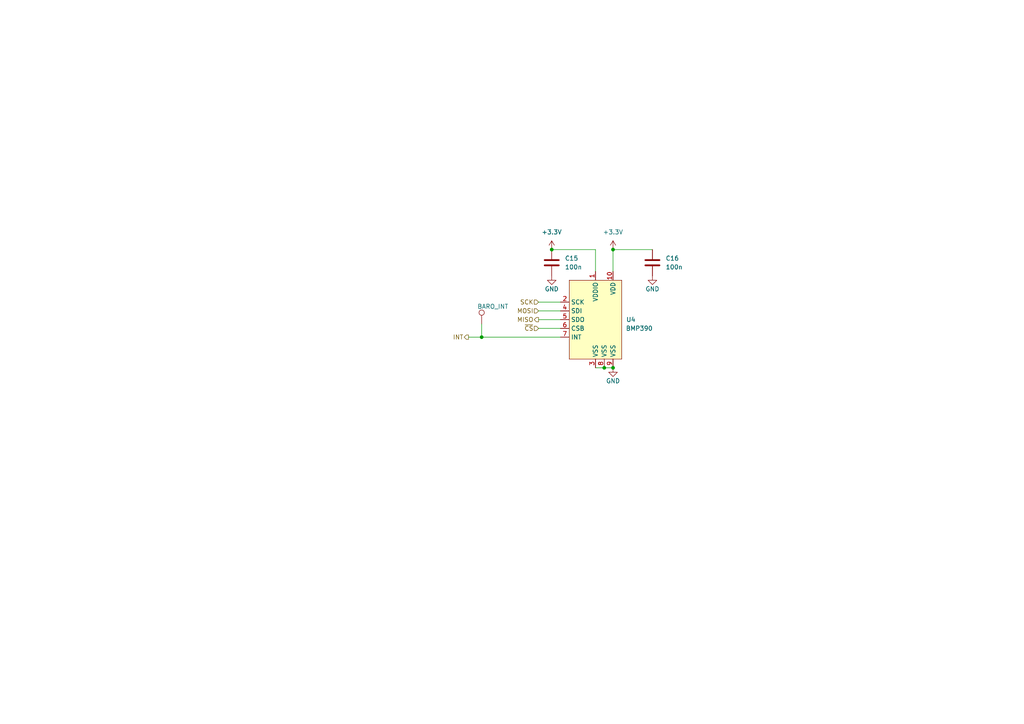
<source format=kicad_sch>
(kicad_sch (version 20230121) (generator eeschema)
  (paper "A4")
  (lib_symbols
    (symbol "Connector:TestPoint" (pin_numbers hide) (pin_names (offset 0.762) hide)
      (property "Reference" "TP" (at 0 6.858 0))
      (property "Value" "TestPoint" (at 0 5.08 0))
      (symbol "TestPoint_0_1"
        (circle (center 0 3.302) (radius 0.762))
      )
      (symbol "TestPoint_1_1"
        (pin passive line (at 0 0 90) (length 2.54) (name "1") (number "1"))
      )
    )
    (symbol "Device:C" (pin_numbers hide) (pin_names (offset 0.254))
      (property "Reference" "C" (at 0.635 2.54 0))
      (property "Value" "C" (at 0.635 -2.54 0))
      (symbol "C_0_1"
        (polyline (pts (xy -2.032 -0.762) (xy 2.032 -0.762)) (stroke (width 0.508)))
        (polyline (pts (xy -2.032 0.762) (xy 2.032 0.762)) (stroke (width 0.508)))
      )
      (symbol "C_1_1"
        (pin passive line (at 0 3.81 270) (length 2.794) (name "~") (number "1"))
        (pin passive line (at 0 -3.81 90) (length 2.794) (name "~") (number "2"))
      )
    )
    (symbol "Project:BMP390"
      (property "Reference" "U" (at 0 15.24 0))
      (symbol "BMP390_1_1"
        (rectangle (start -10.16 11.43) (end 5.08 -11.43) (fill (type background)))
        (pin power_in line (at -2.54 13.97 270) (length 2.54) (name "VDDIO") (number "1"))
        (pin power_in line (at 2.54 13.97 270) (length 2.54) (name "VDD") (number "10"))
        (pin input line (at -12.7 5.08 0) (length 2.54) (name "SCK") (number "2"))
        (pin power_in line (at -2.54 -13.97 90) (length 2.54) (name "VSS") (number "3"))
        (pin input line (at -12.7 2.54 0) (length 2.54) (name "SDI") (number "4"))
        (pin output line (at -12.7 0 0) (length 2.54) (name "SDO") (number "5"))
        (pin input line (at -12.7 -2.54 0) (length 2.54) (name "CSB") (number "6"))
        (pin output line (at -12.7 -5.08 0) (length 2.54) (name "INT") (number "7"))
        (pin power_in line (at 0 -13.97 90) (length 2.54) (name "VSS") (number "8"))
        (pin power_in line (at 2.54 -13.97 90) (length 2.54) (name "VSS") (number "9"))
      )
    )
    (symbol "power:+3.3V" (power) (pin_names (offset 0))
      (property "Value" "+3.3V" (at 0 3.556 0))
      (symbol "+3.3V_0_1"
        (polyline (pts (xy -0.762 1.27) (xy 0 2.54)))
        (polyline (pts (xy 0 0) (xy 0 2.54)))
        (polyline (pts (xy 0 2.54) (xy 0.762 1.27)))
      )
      (symbol "+3.3V_1_1"
        (pin power_in line (at 0 0 90) (length 0) hide (name "+3.3V") (number "1"))
      )
    )
    (symbol "power:GND" (power) (pin_names (offset 0))
      (property "Value" "GND" (at 0 -3.81 0))
      (symbol "GND_0_1"
        (polyline (pts (xy 0 0) (xy 0 -1.27) (xy 1.27 -1.27) (xy 0 -2.54) (xy -1.27 -1.27) (xy 0 -1.27)))
      )
      (symbol "GND_1_1"
        (pin power_in line (at 0 0 270) (length 0) hide (name "GND") (number "1"))
      )
    )
  )
  (junction (at 175.26 106.68))
  (junction (at 177.8 72.39))
  (junction (at 177.8 106.68))
  (junction (at 160.02 72.39))
  (junction (at 139.7 97.79))
  (wire (pts (xy 177.8 78.74) (xy 177.8 72.39)))
  (wire (pts (xy 156.21 87.63) (xy 162.56 87.63)))
  (wire (pts (xy 139.7 93.98) (xy 139.7 97.79)))
  (wire (pts (xy 172.72 72.39) (xy 172.72 78.74)))
  (wire (pts (xy 135.89 97.79) (xy 139.7 97.79)))
  (wire (pts (xy 156.21 95.25) (xy 162.56 95.25)))
  (wire (pts (xy 156.21 90.17) (xy 162.56 90.17)))
  (wire (pts (xy 172.72 72.39) (xy 160.02 72.39)))
  (wire (pts (xy 175.26 106.68) (xy 177.8 106.68)))
  (wire (pts (xy 139.7 97.79) (xy 162.56 97.79)))
  (wire (pts (xy 172.72 106.68) (xy 175.26 106.68)))
  (wire (pts (xy 156.21 92.71) (xy 162.56 92.71)))
  (wire (pts (xy 177.8 72.39) (xy 189.23 72.39)))
  (hierarchical_label "SCK" (shape input) (at 156.21 87.63 180))
  (hierarchical_label "MOSI" (shape input) (at 156.21 90.17 180))
  (hierarchical_label "~{CS}" (shape input) (at 156.21 95.25 180))
  (hierarchical_label "INT" (shape output) (at 135.89 97.79 180))
  (hierarchical_label "MISO" (shape output) (at 156.21 92.71 180))
  (symbol (lib_id "Device:C") (at 160.02 76.2 0) (unit 1)
    (property "Reference" "C15" (at 163.83 74.93 0) (effects (justify left)))
    (property "Value" "100n" (at 163.83 77.47 0) (effects (justify left)))
    (property "Footprint" "Capacitor_SMD:C_0603_1608Metric_Pad1.08x0.95mm_HandSolder" (effects hide))
  )
  (symbol (lib_id "power:+3.3V") (at 177.8 72.39 0) (unit 1)
    (property "Reference" "#PWR034" (effects hide))
    (property "Value" "+3.3V" (at 177.8 67.31 0))
  )
  (symbol (lib_id "Device:C") (at 189.23 76.2 0) (unit 1)
    (property "Reference" "C16" (at 193.04 74.93 0) (effects (justify left)))
    (property "Value" "100n" (at 193.04 77.47 0) (effects (justify left)))
    (property "Footprint" "Capacitor_SMD:C_0603_1608Metric_Pad1.08x0.95mm_HandSolder" (effects hide))
  )
  (symbol (lib_id "power:+3.3V") (at 160.02 72.39 0) (unit 1)
    (property "Reference" "#PWR032" (effects hide))
    (property "Value" "+3.3V" (at 160.02 67.31 0))
  )
  (symbol (lib_id "power:GND") (at 189.23 80.01 0) (unit 1)
    (property "Reference" "#PWR036" (effects hide))
    (property "Value" "GND" (at 189.23 83.82 0))
  )
  (symbol (lib_id "Project:BMP390") (at 175.26 92.71 0) (unit 1)
    (property "Reference" "U4" (at 181.61 92.71 0) (effects (justify left)))
    (property "Value" "BMP390" (at 185.42 95.25 0))
    (property "Footprint" "Project:LGA10_BMP390_BOS" (effects hide))
  )
  (symbol (lib_id "power:GND") (at 177.8 106.68 0) (unit 1)
    (property "Reference" "#PWR035" (effects hide))
    (property "Value" "GND" (at 177.8 110.49 0))
  )
  (symbol (lib_id "power:GND") (at 160.02 80.01 0) (unit 1)
    (property "Reference" "#PWR033" (effects hide))
    (property "Value" "GND" (at 160.02 83.82 0))
  )
  (symbol (lib_id "Connector:TestPoint") (at 139.7 93.98 0) (unit 1)
    (property "Reference" "TP2" (effects hide))
    (property "Value" "BARO_INT" (at 138.43 88.9 0) (effects (justify left)))
    (property "Footprint" "TestPoint:TestPoint_THTPad_2.0x2.0mm_Drill1.0mm" (effects hide))
    (instances (project "Nucleo_Backpack" (path "" (reference "TP3") (unit 1)) (path "" (reference "TP11") (unit 1)) (path "" (reference "TP14") (unit 1)) (path "" (reference "TP16") (unit 1)) (path "" (reference "TP13") (unit 1))))
  )
)
</source>
